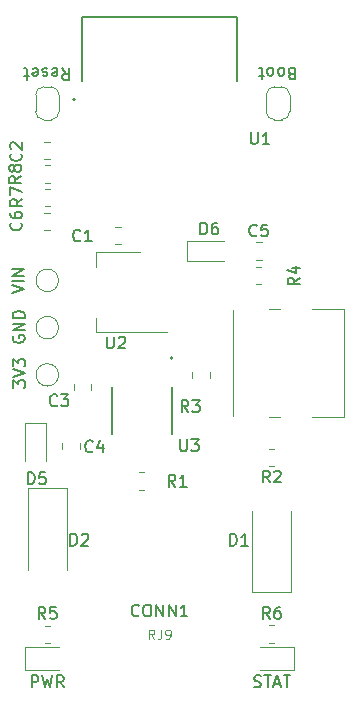
<source format=gbr>
%TF.GenerationSoftware,KiCad,Pcbnew,(6.0.8)*%
%TF.CreationDate,2022-10-28T22:44:31-04:00*%
%TF.ProjectId,Vex_Debug,5665785f-4465-4627-9567-2e6b69636164,rev?*%
%TF.SameCoordinates,Original*%
%TF.FileFunction,Legend,Top*%
%TF.FilePolarity,Positive*%
%FSLAX46Y46*%
G04 Gerber Fmt 4.6, Leading zero omitted, Abs format (unit mm)*
G04 Created by KiCad (PCBNEW (6.0.8)) date 2022-10-28 22:44:31*
%MOMM*%
%LPD*%
G01*
G04 APERTURE LIST*
%ADD10C,0.150000*%
%ADD11C,0.120000*%
%ADD12C,0.127000*%
%ADD13C,0.200000*%
G04 APERTURE END LIST*
D10*
%TO.C,C5*%
X139733333Y-75177142D02*
X139685714Y-75224761D01*
X139542857Y-75272380D01*
X139447619Y-75272380D01*
X139304761Y-75224761D01*
X139209523Y-75129523D01*
X139161904Y-75034285D01*
X139114285Y-74843809D01*
X139114285Y-74700952D01*
X139161904Y-74510476D01*
X139209523Y-74415238D01*
X139304761Y-74320000D01*
X139447619Y-74272380D01*
X139542857Y-74272380D01*
X139685714Y-74320000D01*
X139733333Y-74367619D01*
X140638095Y-74272380D02*
X140161904Y-74272380D01*
X140114285Y-74748571D01*
X140161904Y-74700952D01*
X140257142Y-74653333D01*
X140495238Y-74653333D01*
X140590476Y-74700952D01*
X140638095Y-74748571D01*
X140685714Y-74843809D01*
X140685714Y-75081904D01*
X140638095Y-75177142D01*
X140590476Y-75224761D01*
X140495238Y-75272380D01*
X140257142Y-75272380D01*
X140161904Y-75224761D01*
X140114285Y-75177142D01*
%TO.C,D6*%
X134961904Y-75102380D02*
X134961904Y-74102380D01*
X135200000Y-74102380D01*
X135342857Y-74150000D01*
X135438095Y-74245238D01*
X135485714Y-74340476D01*
X135533333Y-74530952D01*
X135533333Y-74673809D01*
X135485714Y-74864285D01*
X135438095Y-74959523D01*
X135342857Y-75054761D01*
X135200000Y-75102380D01*
X134961904Y-75102380D01*
X136390476Y-74102380D02*
X136200000Y-74102380D01*
X136104761Y-74150000D01*
X136057142Y-74197619D01*
X135961904Y-74340476D01*
X135914285Y-74530952D01*
X135914285Y-74911904D01*
X135961904Y-75007142D01*
X136009523Y-75054761D01*
X136104761Y-75102380D01*
X136295238Y-75102380D01*
X136390476Y-75054761D01*
X136438095Y-75007142D01*
X136485714Y-74911904D01*
X136485714Y-74673809D01*
X136438095Y-74578571D01*
X136390476Y-74530952D01*
X136295238Y-74483333D01*
X136104761Y-74483333D01*
X136009523Y-74530952D01*
X135961904Y-74578571D01*
X135914285Y-74673809D01*
%TO.C,R4*%
X143352380Y-78766666D02*
X142876190Y-79100000D01*
X143352380Y-79338095D02*
X142352380Y-79338095D01*
X142352380Y-78957142D01*
X142400000Y-78861904D01*
X142447619Y-78814285D01*
X142542857Y-78766666D01*
X142685714Y-78766666D01*
X142780952Y-78814285D01*
X142828571Y-78861904D01*
X142876190Y-78957142D01*
X142876190Y-79338095D01*
X142685714Y-77909523D02*
X143352380Y-77909523D01*
X142304761Y-78147619D02*
X143019047Y-78385714D01*
X143019047Y-77766666D01*
%TO.C,D5*%
X120361904Y-96252380D02*
X120361904Y-95252380D01*
X120600000Y-95252380D01*
X120742857Y-95300000D01*
X120838095Y-95395238D01*
X120885714Y-95490476D01*
X120933333Y-95680952D01*
X120933333Y-95823809D01*
X120885714Y-96014285D01*
X120838095Y-96109523D01*
X120742857Y-96204761D01*
X120600000Y-96252380D01*
X120361904Y-96252380D01*
X121838095Y-95252380D02*
X121361904Y-95252380D01*
X121314285Y-95728571D01*
X121361904Y-95680952D01*
X121457142Y-95633333D01*
X121695238Y-95633333D01*
X121790476Y-95680952D01*
X121838095Y-95728571D01*
X121885714Y-95823809D01*
X121885714Y-96061904D01*
X121838095Y-96157142D01*
X121790476Y-96204761D01*
X121695238Y-96252380D01*
X121457142Y-96252380D01*
X121361904Y-96204761D01*
X121314285Y-96157142D01*
%TO.C,C1*%
X124792037Y-75606086D02*
X124744418Y-75653705D01*
X124601561Y-75701324D01*
X124506323Y-75701324D01*
X124363465Y-75653705D01*
X124268227Y-75558467D01*
X124220608Y-75463229D01*
X124172989Y-75272753D01*
X124172989Y-75129896D01*
X124220608Y-74939420D01*
X124268227Y-74844182D01*
X124363465Y-74748944D01*
X124506323Y-74701324D01*
X124601561Y-74701324D01*
X124744418Y-74748944D01*
X124792037Y-74796563D01*
X125744418Y-75701324D02*
X125172989Y-75701324D01*
X125458704Y-75701324D02*
X125458704Y-74701324D01*
X125363465Y-74844182D01*
X125268227Y-74939420D01*
X125172989Y-74987039D01*
%TO.C,JP1*%
X123238095Y-61033246D02*
X123571428Y-61509436D01*
X123809523Y-61033246D02*
X123809523Y-62033246D01*
X123428571Y-62033246D01*
X123333333Y-61985627D01*
X123285714Y-61938007D01*
X123238095Y-61842769D01*
X123238095Y-61699912D01*
X123285714Y-61604674D01*
X123333333Y-61557055D01*
X123428571Y-61509436D01*
X123809523Y-61509436D01*
X122428571Y-61080865D02*
X122523809Y-61033246D01*
X122714285Y-61033246D01*
X122809523Y-61080865D01*
X122857142Y-61176103D01*
X122857142Y-61557055D01*
X122809523Y-61652293D01*
X122714285Y-61699912D01*
X122523809Y-61699912D01*
X122428571Y-61652293D01*
X122380952Y-61557055D01*
X122380952Y-61461817D01*
X122857142Y-61366579D01*
X122000000Y-61080865D02*
X121904761Y-61033246D01*
X121714285Y-61033246D01*
X121619047Y-61080865D01*
X121571428Y-61176103D01*
X121571428Y-61223722D01*
X121619047Y-61318960D01*
X121714285Y-61366579D01*
X121857142Y-61366579D01*
X121952380Y-61414198D01*
X122000000Y-61509436D01*
X122000000Y-61557055D01*
X121952380Y-61652293D01*
X121857142Y-61699912D01*
X121714285Y-61699912D01*
X121619047Y-61652293D01*
X120761904Y-61080865D02*
X120857142Y-61033246D01*
X121047619Y-61033246D01*
X121142857Y-61080865D01*
X121190476Y-61176103D01*
X121190476Y-61557055D01*
X121142857Y-61652293D01*
X121047619Y-61699912D01*
X120857142Y-61699912D01*
X120761904Y-61652293D01*
X120714285Y-61557055D01*
X120714285Y-61461817D01*
X121190476Y-61366579D01*
X120428571Y-61699912D02*
X120047619Y-61699912D01*
X120285714Y-62033246D02*
X120285714Y-61176103D01*
X120238095Y-61080865D01*
X120142857Y-61033246D01*
X120047619Y-61033246D01*
%TO.C,C2*%
X119743212Y-68264391D02*
X119790831Y-68312010D01*
X119838450Y-68454867D01*
X119838450Y-68550105D01*
X119790831Y-68692963D01*
X119695593Y-68788201D01*
X119600355Y-68835820D01*
X119409879Y-68883439D01*
X119267022Y-68883439D01*
X119076546Y-68835820D01*
X118981308Y-68788201D01*
X118886070Y-68692963D01*
X118838450Y-68550105D01*
X118838450Y-68454867D01*
X118886070Y-68312010D01*
X118933689Y-68264391D01*
X118933689Y-67883439D02*
X118886070Y-67835820D01*
X118838450Y-67740582D01*
X118838450Y-67502486D01*
X118886070Y-67407248D01*
X118933689Y-67359629D01*
X119028927Y-67312010D01*
X119124165Y-67312010D01*
X119267022Y-67359629D01*
X119838450Y-67931058D01*
X119838450Y-67312010D01*
%TO.C,U1*%
X139238095Y-66452380D02*
X139238095Y-67261904D01*
X139285714Y-67357142D01*
X139333333Y-67404761D01*
X139428571Y-67452380D01*
X139619047Y-67452380D01*
X139714285Y-67404761D01*
X139761904Y-67357142D01*
X139809523Y-67261904D01*
X139809523Y-66452380D01*
X140809523Y-67452380D02*
X140238095Y-67452380D01*
X140523809Y-67452380D02*
X140523809Y-66452380D01*
X140428571Y-66595238D01*
X140333333Y-66690476D01*
X140238095Y-66738095D01*
%TO.C,TP3*%
X119122420Y-88090965D02*
X119122420Y-87471917D01*
X119503373Y-87805250D01*
X119503373Y-87662393D01*
X119550992Y-87567155D01*
X119598611Y-87519536D01*
X119693849Y-87471917D01*
X119931944Y-87471917D01*
X120027182Y-87519536D01*
X120074801Y-87567155D01*
X120122420Y-87662393D01*
X120122420Y-87948108D01*
X120074801Y-88043346D01*
X120027182Y-88090965D01*
X119122420Y-87186203D02*
X120122420Y-86852870D01*
X119122420Y-86519536D01*
X119122420Y-86281441D02*
X119122420Y-85662393D01*
X119503373Y-85995727D01*
X119503373Y-85852870D01*
X119550992Y-85757631D01*
X119598611Y-85710012D01*
X119693849Y-85662393D01*
X119931944Y-85662393D01*
X120027182Y-85710012D01*
X120074801Y-85757631D01*
X120122420Y-85852870D01*
X120122420Y-86138584D01*
X120074801Y-86233822D01*
X120027182Y-86281441D01*
%TO.C,TP2*%
X119115419Y-83702757D02*
X119067799Y-83797995D01*
X119067799Y-83940853D01*
X119115419Y-84083710D01*
X119210657Y-84178948D01*
X119305895Y-84226567D01*
X119496371Y-84274186D01*
X119639228Y-84274186D01*
X119829704Y-84226567D01*
X119924942Y-84178948D01*
X120020180Y-84083710D01*
X120067799Y-83940853D01*
X120067799Y-83845614D01*
X120020180Y-83702757D01*
X119972561Y-83655138D01*
X119639228Y-83655138D01*
X119639228Y-83845614D01*
X120067799Y-83226567D02*
X119067799Y-83226567D01*
X120067799Y-82655138D01*
X119067799Y-82655138D01*
X120067799Y-82178948D02*
X119067799Y-82178948D01*
X119067799Y-81940853D01*
X119115419Y-81797995D01*
X119210657Y-81702757D01*
X119305895Y-81655138D01*
X119496371Y-81607519D01*
X119639228Y-81607519D01*
X119829704Y-81655138D01*
X119924942Y-81702757D01*
X120020180Y-81797995D01*
X120067799Y-81940853D01*
X120067799Y-82178948D01*
%TO.C,R1*%
X132833333Y-96452380D02*
X132500000Y-95976190D01*
X132261904Y-96452380D02*
X132261904Y-95452380D01*
X132642857Y-95452380D01*
X132738095Y-95500000D01*
X132785714Y-95547619D01*
X132833333Y-95642857D01*
X132833333Y-95785714D01*
X132785714Y-95880952D01*
X132738095Y-95928571D01*
X132642857Y-95976190D01*
X132261904Y-95976190D01*
X133785714Y-96452380D02*
X133214285Y-96452380D01*
X133500000Y-96452380D02*
X133500000Y-95452380D01*
X133404761Y-95595238D01*
X133309523Y-95690476D01*
X133214285Y-95738095D01*
%TO.C,JP2*%
X142671101Y-61510920D02*
X142528244Y-61463301D01*
X142480625Y-61415682D01*
X142433006Y-61320444D01*
X142433006Y-61177587D01*
X142480625Y-61082349D01*
X142528244Y-61034730D01*
X142623482Y-60987111D01*
X143004434Y-60987111D01*
X143004434Y-61987111D01*
X142671101Y-61987111D01*
X142575863Y-61939492D01*
X142528244Y-61891872D01*
X142480625Y-61796634D01*
X142480625Y-61701396D01*
X142528244Y-61606158D01*
X142575863Y-61558539D01*
X142671101Y-61510920D01*
X143004434Y-61510920D01*
X141861577Y-60987111D02*
X141956815Y-61034730D01*
X142004434Y-61082349D01*
X142052054Y-61177587D01*
X142052054Y-61463301D01*
X142004434Y-61558539D01*
X141956815Y-61606158D01*
X141861577Y-61653777D01*
X141718720Y-61653777D01*
X141623482Y-61606158D01*
X141575863Y-61558539D01*
X141528244Y-61463301D01*
X141528244Y-61177587D01*
X141575863Y-61082349D01*
X141623482Y-61034730D01*
X141718720Y-60987111D01*
X141861577Y-60987111D01*
X140956815Y-60987111D02*
X141052054Y-61034730D01*
X141099673Y-61082349D01*
X141147292Y-61177587D01*
X141147292Y-61463301D01*
X141099673Y-61558539D01*
X141052054Y-61606158D01*
X140956815Y-61653777D01*
X140813958Y-61653777D01*
X140718720Y-61606158D01*
X140671101Y-61558539D01*
X140623482Y-61463301D01*
X140623482Y-61177587D01*
X140671101Y-61082349D01*
X140718720Y-61034730D01*
X140813958Y-60987111D01*
X140956815Y-60987111D01*
X140337768Y-61653777D02*
X139956815Y-61653777D01*
X140194911Y-61987111D02*
X140194911Y-61129968D01*
X140147292Y-61034730D01*
X140052054Y-60987111D01*
X139956815Y-60987111D01*
%TO.C,R7*%
X119867109Y-72126072D02*
X119390919Y-72459406D01*
X119867109Y-72697501D02*
X118867109Y-72697501D01*
X118867109Y-72316548D01*
X118914729Y-72221310D01*
X118962348Y-72173691D01*
X119057586Y-72126072D01*
X119200443Y-72126072D01*
X119295681Y-72173691D01*
X119343300Y-72221310D01*
X119390919Y-72316548D01*
X119390919Y-72697501D01*
X118867109Y-71792739D02*
X118867109Y-71126072D01*
X119867109Y-71554644D01*
%TO.C,C6*%
X119762790Y-74129150D02*
X119810409Y-74176769D01*
X119858028Y-74319626D01*
X119858028Y-74414864D01*
X119810409Y-74557722D01*
X119715171Y-74652960D01*
X119619933Y-74700579D01*
X119429457Y-74748198D01*
X119286600Y-74748198D01*
X119096124Y-74700579D01*
X119000886Y-74652960D01*
X118905648Y-74557722D01*
X118858028Y-74414864D01*
X118858028Y-74319626D01*
X118905648Y-74176769D01*
X118953267Y-74129150D01*
X118858028Y-73272007D02*
X118858028Y-73462484D01*
X118905648Y-73557722D01*
X118953267Y-73605341D01*
X119096124Y-73700579D01*
X119286600Y-73748198D01*
X119667552Y-73748198D01*
X119762790Y-73700579D01*
X119810409Y-73652960D01*
X119858028Y-73557722D01*
X119858028Y-73367245D01*
X119810409Y-73272007D01*
X119762790Y-73224388D01*
X119667552Y-73176769D01*
X119429457Y-73176769D01*
X119334219Y-73224388D01*
X119286600Y-73272007D01*
X119238981Y-73367245D01*
X119238981Y-73557722D01*
X119286600Y-73652960D01*
X119334219Y-73700579D01*
X119429457Y-73748198D01*
%TO.C,C3*%
X122833333Y-89557142D02*
X122785714Y-89604761D01*
X122642857Y-89652380D01*
X122547619Y-89652380D01*
X122404761Y-89604761D01*
X122309523Y-89509523D01*
X122261904Y-89414285D01*
X122214285Y-89223809D01*
X122214285Y-89080952D01*
X122261904Y-88890476D01*
X122309523Y-88795238D01*
X122404761Y-88700000D01*
X122547619Y-88652380D01*
X122642857Y-88652380D01*
X122785714Y-88700000D01*
X122833333Y-88747619D01*
X123166666Y-88652380D02*
X123785714Y-88652380D01*
X123452380Y-89033333D01*
X123595238Y-89033333D01*
X123690476Y-89080952D01*
X123738095Y-89128571D01*
X123785714Y-89223809D01*
X123785714Y-89461904D01*
X123738095Y-89557142D01*
X123690476Y-89604761D01*
X123595238Y-89652380D01*
X123309523Y-89652380D01*
X123214285Y-89604761D01*
X123166666Y-89557142D01*
%TO.C,R2*%
X140833333Y-96102380D02*
X140500000Y-95626190D01*
X140261904Y-96102380D02*
X140261904Y-95102380D01*
X140642857Y-95102380D01*
X140738095Y-95150000D01*
X140785714Y-95197619D01*
X140833333Y-95292857D01*
X140833333Y-95435714D01*
X140785714Y-95530952D01*
X140738095Y-95578571D01*
X140642857Y-95626190D01*
X140261904Y-95626190D01*
X141214285Y-95197619D02*
X141261904Y-95150000D01*
X141357142Y-95102380D01*
X141595238Y-95102380D01*
X141690476Y-95150000D01*
X141738095Y-95197619D01*
X141785714Y-95292857D01*
X141785714Y-95388095D01*
X141738095Y-95530952D01*
X141166666Y-96102380D01*
X141785714Y-96102380D01*
%TO.C,R5*%
X121833333Y-107652380D02*
X121500000Y-107176190D01*
X121261904Y-107652380D02*
X121261904Y-106652380D01*
X121642857Y-106652380D01*
X121738095Y-106700000D01*
X121785714Y-106747619D01*
X121833333Y-106842857D01*
X121833333Y-106985714D01*
X121785714Y-107080952D01*
X121738095Y-107128571D01*
X121642857Y-107176190D01*
X121261904Y-107176190D01*
X122738095Y-106652380D02*
X122261904Y-106652380D01*
X122214285Y-107128571D01*
X122261904Y-107080952D01*
X122357142Y-107033333D01*
X122595238Y-107033333D01*
X122690476Y-107080952D01*
X122738095Y-107128571D01*
X122785714Y-107223809D01*
X122785714Y-107461904D01*
X122738095Y-107557142D01*
X122690476Y-107604761D01*
X122595238Y-107652380D01*
X122357142Y-107652380D01*
X122261904Y-107604761D01*
X122214285Y-107557142D01*
%TO.C,D1*%
X137461904Y-101452380D02*
X137461904Y-100452380D01*
X137700000Y-100452380D01*
X137842857Y-100500000D01*
X137938095Y-100595238D01*
X137985714Y-100690476D01*
X138033333Y-100880952D01*
X138033333Y-101023809D01*
X137985714Y-101214285D01*
X137938095Y-101309523D01*
X137842857Y-101404761D01*
X137700000Y-101452380D01*
X137461904Y-101452380D01*
X138985714Y-101452380D02*
X138414285Y-101452380D01*
X138700000Y-101452380D02*
X138700000Y-100452380D01*
X138604761Y-100595238D01*
X138509523Y-100690476D01*
X138414285Y-100738095D01*
%TO.C,U2*%
X127038095Y-83752380D02*
X127038095Y-84561904D01*
X127085714Y-84657142D01*
X127133333Y-84704761D01*
X127228571Y-84752380D01*
X127419047Y-84752380D01*
X127514285Y-84704761D01*
X127561904Y-84657142D01*
X127609523Y-84561904D01*
X127609523Y-83752380D01*
X128038095Y-83847619D02*
X128085714Y-83800000D01*
X128180952Y-83752380D01*
X128419047Y-83752380D01*
X128514285Y-83800000D01*
X128561904Y-83847619D01*
X128609523Y-83942857D01*
X128609523Y-84038095D01*
X128561904Y-84180952D01*
X127990476Y-84752380D01*
X128609523Y-84752380D01*
%TO.C,TP1*%
X119041557Y-80070724D02*
X120041557Y-79737390D01*
X119041557Y-79404057D01*
X120041557Y-79070724D02*
X119041557Y-79070724D01*
X120041557Y-78594533D02*
X119041557Y-78594533D01*
X120041557Y-78023105D01*
X119041557Y-78023105D01*
%TO.C,CONN1*%
X129761904Y-107357142D02*
X129714285Y-107404761D01*
X129571428Y-107452380D01*
X129476190Y-107452380D01*
X129333333Y-107404761D01*
X129238095Y-107309523D01*
X129190476Y-107214285D01*
X129142857Y-107023809D01*
X129142857Y-106880952D01*
X129190476Y-106690476D01*
X129238095Y-106595238D01*
X129333333Y-106500000D01*
X129476190Y-106452380D01*
X129571428Y-106452380D01*
X129714285Y-106500000D01*
X129761904Y-106547619D01*
X130380952Y-106452380D02*
X130571428Y-106452380D01*
X130666666Y-106500000D01*
X130761904Y-106595238D01*
X130809523Y-106785714D01*
X130809523Y-107119047D01*
X130761904Y-107309523D01*
X130666666Y-107404761D01*
X130571428Y-107452380D01*
X130380952Y-107452380D01*
X130285714Y-107404761D01*
X130190476Y-107309523D01*
X130142857Y-107119047D01*
X130142857Y-106785714D01*
X130190476Y-106595238D01*
X130285714Y-106500000D01*
X130380952Y-106452380D01*
X131238095Y-107452380D02*
X131238095Y-106452380D01*
X131809523Y-107452380D01*
X131809523Y-106452380D01*
X132285714Y-107452380D02*
X132285714Y-106452380D01*
X132857142Y-107452380D01*
X132857142Y-106452380D01*
X133857142Y-107452380D02*
X133285714Y-107452380D01*
X133571428Y-107452380D02*
X133571428Y-106452380D01*
X133476190Y-106595238D01*
X133380952Y-106690476D01*
X133285714Y-106738095D01*
D11*
X131061904Y-109361904D02*
X130795238Y-108980952D01*
X130604761Y-109361904D02*
X130604761Y-108561904D01*
X130909523Y-108561904D01*
X130985714Y-108600000D01*
X131023809Y-108638095D01*
X131061904Y-108714285D01*
X131061904Y-108828571D01*
X131023809Y-108904761D01*
X130985714Y-108942857D01*
X130909523Y-108980952D01*
X130604761Y-108980952D01*
X131633333Y-108561904D02*
X131633333Y-109133333D01*
X131595238Y-109247619D01*
X131519047Y-109323809D01*
X131404761Y-109361904D01*
X131328571Y-109361904D01*
X132052380Y-109361904D02*
X132204761Y-109361904D01*
X132280952Y-109323809D01*
X132319047Y-109285714D01*
X132395238Y-109171428D01*
X132433333Y-109019047D01*
X132433333Y-108714285D01*
X132395238Y-108638095D01*
X132357142Y-108600000D01*
X132280952Y-108561904D01*
X132128571Y-108561904D01*
X132052380Y-108600000D01*
X132014285Y-108638095D01*
X131976190Y-108714285D01*
X131976190Y-108904761D01*
X132014285Y-108980952D01*
X132052380Y-109019047D01*
X132128571Y-109057142D01*
X132280952Y-109057142D01*
X132357142Y-109019047D01*
X132395238Y-108980952D01*
X132433333Y-108904761D01*
D10*
%TO.C,R6*%
X140833333Y-107652380D02*
X140500000Y-107176190D01*
X140261904Y-107652380D02*
X140261904Y-106652380D01*
X140642857Y-106652380D01*
X140738095Y-106700000D01*
X140785714Y-106747619D01*
X140833333Y-106842857D01*
X140833333Y-106985714D01*
X140785714Y-107080952D01*
X140738095Y-107128571D01*
X140642857Y-107176190D01*
X140261904Y-107176190D01*
X141690476Y-106652380D02*
X141500000Y-106652380D01*
X141404761Y-106700000D01*
X141357142Y-106747619D01*
X141261904Y-106890476D01*
X141214285Y-107080952D01*
X141214285Y-107461904D01*
X141261904Y-107557142D01*
X141309523Y-107604761D01*
X141404761Y-107652380D01*
X141595238Y-107652380D01*
X141690476Y-107604761D01*
X141738095Y-107557142D01*
X141785714Y-107461904D01*
X141785714Y-107223809D01*
X141738095Y-107128571D01*
X141690476Y-107080952D01*
X141595238Y-107033333D01*
X141404761Y-107033333D01*
X141309523Y-107080952D01*
X141261904Y-107128571D01*
X141214285Y-107223809D01*
%TO.C,D3*%
X120666666Y-113452380D02*
X120666666Y-112452380D01*
X121047619Y-112452380D01*
X121142857Y-112500000D01*
X121190476Y-112547619D01*
X121238095Y-112642857D01*
X121238095Y-112785714D01*
X121190476Y-112880952D01*
X121142857Y-112928571D01*
X121047619Y-112976190D01*
X120666666Y-112976190D01*
X121571428Y-112452380D02*
X121809523Y-113452380D01*
X122000000Y-112738095D01*
X122190476Y-113452380D01*
X122428571Y-112452380D01*
X123380952Y-113452380D02*
X123047619Y-112976190D01*
X122809523Y-113452380D02*
X122809523Y-112452380D01*
X123190476Y-112452380D01*
X123285714Y-112500000D01*
X123333333Y-112547619D01*
X123380952Y-112642857D01*
X123380952Y-112785714D01*
X123333333Y-112880952D01*
X123285714Y-112928571D01*
X123190476Y-112976190D01*
X122809523Y-112976190D01*
%TO.C,D2*%
X123961904Y-101452380D02*
X123961904Y-100452380D01*
X124200000Y-100452380D01*
X124342857Y-100500000D01*
X124438095Y-100595238D01*
X124485714Y-100690476D01*
X124533333Y-100880952D01*
X124533333Y-101023809D01*
X124485714Y-101214285D01*
X124438095Y-101309523D01*
X124342857Y-101404761D01*
X124200000Y-101452380D01*
X123961904Y-101452380D01*
X124914285Y-100547619D02*
X124961904Y-100500000D01*
X125057142Y-100452380D01*
X125295238Y-100452380D01*
X125390476Y-100500000D01*
X125438095Y-100547619D01*
X125485714Y-100642857D01*
X125485714Y-100738095D01*
X125438095Y-100880952D01*
X124866666Y-101452380D01*
X125485714Y-101452380D01*
%TO.C,D4*%
X139523809Y-113404761D02*
X139666666Y-113452380D01*
X139904761Y-113452380D01*
X140000000Y-113404761D01*
X140047619Y-113357142D01*
X140095238Y-113261904D01*
X140095238Y-113166666D01*
X140047619Y-113071428D01*
X140000000Y-113023809D01*
X139904761Y-112976190D01*
X139714285Y-112928571D01*
X139619047Y-112880952D01*
X139571428Y-112833333D01*
X139523809Y-112738095D01*
X139523809Y-112642857D01*
X139571428Y-112547619D01*
X139619047Y-112500000D01*
X139714285Y-112452380D01*
X139952380Y-112452380D01*
X140095238Y-112500000D01*
X140380952Y-112452380D02*
X140952380Y-112452380D01*
X140666666Y-113452380D02*
X140666666Y-112452380D01*
X141238095Y-113166666D02*
X141714285Y-113166666D01*
X141142857Y-113452380D02*
X141476190Y-112452380D01*
X141809523Y-113452380D01*
X142000000Y-112452380D02*
X142571428Y-112452380D01*
X142285714Y-113452380D02*
X142285714Y-112452380D01*
%TO.C,C4*%
X125833333Y-93457142D02*
X125785714Y-93504761D01*
X125642857Y-93552380D01*
X125547619Y-93552380D01*
X125404761Y-93504761D01*
X125309523Y-93409523D01*
X125261904Y-93314285D01*
X125214285Y-93123809D01*
X125214285Y-92980952D01*
X125261904Y-92790476D01*
X125309523Y-92695238D01*
X125404761Y-92600000D01*
X125547619Y-92552380D01*
X125642857Y-92552380D01*
X125785714Y-92600000D01*
X125833333Y-92647619D01*
X126690476Y-92885714D02*
X126690476Y-93552380D01*
X126452380Y-92504761D02*
X126214285Y-93219047D01*
X126833333Y-93219047D01*
%TO.C,U3*%
X133238095Y-92452380D02*
X133238095Y-93261904D01*
X133285714Y-93357142D01*
X133333333Y-93404761D01*
X133428571Y-93452380D01*
X133619047Y-93452380D01*
X133714285Y-93404761D01*
X133761904Y-93357142D01*
X133809523Y-93261904D01*
X133809523Y-92452380D01*
X134190476Y-92452380D02*
X134809523Y-92452380D01*
X134476190Y-92833333D01*
X134619047Y-92833333D01*
X134714285Y-92880952D01*
X134761904Y-92928571D01*
X134809523Y-93023809D01*
X134809523Y-93261904D01*
X134761904Y-93357142D01*
X134714285Y-93404761D01*
X134619047Y-93452380D01*
X134333333Y-93452380D01*
X134238095Y-93404761D01*
X134190476Y-93357142D01*
%TO.C,R8*%
X119780781Y-70167471D02*
X119304591Y-70500805D01*
X119780781Y-70738900D02*
X118780781Y-70738900D01*
X118780781Y-70357947D01*
X118828401Y-70262709D01*
X118876020Y-70215090D01*
X118971258Y-70167471D01*
X119114115Y-70167471D01*
X119209353Y-70215090D01*
X119256972Y-70262709D01*
X119304591Y-70357947D01*
X119304591Y-70738900D01*
X119209353Y-69596043D02*
X119161734Y-69691281D01*
X119114115Y-69738900D01*
X119018877Y-69786519D01*
X118971258Y-69786519D01*
X118876020Y-69738900D01*
X118828401Y-69691281D01*
X118780781Y-69596043D01*
X118780781Y-69405566D01*
X118828401Y-69310328D01*
X118876020Y-69262709D01*
X118971258Y-69215090D01*
X119018877Y-69215090D01*
X119114115Y-69262709D01*
X119161734Y-69310328D01*
X119209353Y-69405566D01*
X119209353Y-69596043D01*
X119256972Y-69691281D01*
X119304591Y-69738900D01*
X119399829Y-69786519D01*
X119590305Y-69786519D01*
X119685543Y-69738900D01*
X119733162Y-69691281D01*
X119780781Y-69596043D01*
X119780781Y-69405566D01*
X119733162Y-69310328D01*
X119685543Y-69262709D01*
X119590305Y-69215090D01*
X119399829Y-69215090D01*
X119304591Y-69262709D01*
X119256972Y-69310328D01*
X119209353Y-69405566D01*
%TO.C,R3*%
X133933333Y-90152380D02*
X133600000Y-89676190D01*
X133361904Y-90152380D02*
X133361904Y-89152380D01*
X133742857Y-89152380D01*
X133838095Y-89200000D01*
X133885714Y-89247619D01*
X133933333Y-89342857D01*
X133933333Y-89485714D01*
X133885714Y-89580952D01*
X133838095Y-89628571D01*
X133742857Y-89676190D01*
X133361904Y-89676190D01*
X134266666Y-89152380D02*
X134885714Y-89152380D01*
X134552380Y-89533333D01*
X134695238Y-89533333D01*
X134790476Y-89580952D01*
X134838095Y-89628571D01*
X134885714Y-89723809D01*
X134885714Y-89961904D01*
X134838095Y-90057142D01*
X134790476Y-90104761D01*
X134695238Y-90152380D01*
X134409523Y-90152380D01*
X134314285Y-90104761D01*
X134266666Y-90057142D01*
D11*
%TO.C,C5*%
X139638748Y-77235000D02*
X140161252Y-77235000D01*
X139638748Y-75765000D02*
X140161252Y-75765000D01*
%TO.C,D6*%
X133800000Y-75650000D02*
X133800000Y-77350000D01*
X133800000Y-75650000D02*
X136950000Y-75650000D01*
X133800000Y-77350000D02*
X136950000Y-77350000D01*
%TO.C,R4*%
X139672936Y-79335000D02*
X140127064Y-79335000D01*
X139672936Y-77865000D02*
X140127064Y-77865000D01*
%TO.C,D5*%
X120150000Y-91100000D02*
X120150000Y-94250000D01*
X121850000Y-91100000D02*
X120150000Y-91100000D01*
X121850000Y-91100000D02*
X121850000Y-94250000D01*
%TO.C,C1*%
X127738748Y-74465000D02*
X128261252Y-74465000D01*
X127738748Y-75935000D02*
X128261252Y-75935000D01*
%TO.C,JP1*%
X122300000Y-65400000D02*
X121700000Y-65400000D01*
X123000000Y-63300000D02*
X123000000Y-64700000D01*
X121700000Y-62600000D02*
X122300000Y-62600000D01*
X121000000Y-64700000D02*
X121000000Y-63300000D01*
X121000000Y-64700000D02*
G75*
G03*
X121700000Y-65400000I700000J0D01*
G01*
X122300000Y-65400000D02*
G75*
G03*
X123000000Y-64700000I0J700000D01*
G01*
X121700000Y-62600000D02*
G75*
G03*
X121000000Y-63300000I-1J-699999D01*
G01*
X123000000Y-63300000D02*
G75*
G03*
X122300000Y-62600000I-699999J1D01*
G01*
%TO.C,C2*%
X122261252Y-68735000D02*
X121738748Y-68735000D01*
X122261252Y-67265000D02*
X121738748Y-67265000D01*
D12*
%TO.C,U1*%
X124898915Y-62080000D02*
X124898915Y-56700000D01*
X138098915Y-56700000D02*
X138098915Y-62080000D01*
X124898915Y-56700000D02*
X138098915Y-56700000D01*
D13*
X124348915Y-63700000D02*
G75*
G03*
X124348915Y-63700000I-100000J0D01*
G01*
D11*
%TO.C,TP3*%
X122950000Y-87000000D02*
G75*
G03*
X122950000Y-87000000I-950000J0D01*
G01*
%TO.C,TP2*%
X122950000Y-83000000D02*
G75*
G03*
X122950000Y-83000000I-950000J0D01*
G01*
%TO.C,R1*%
X130227064Y-96735000D02*
X129772936Y-96735000D01*
X130227064Y-95265000D02*
X129772936Y-95265000D01*
%TO.C,JP2*%
X141828986Y-65400000D02*
X141228986Y-65400000D01*
X140528986Y-64700000D02*
X140528986Y-63300000D01*
X142528986Y-63300000D02*
X142528986Y-64700000D01*
X141228986Y-62600000D02*
X141828986Y-62600000D01*
X142528986Y-63300000D02*
G75*
G03*
X141828986Y-62600000I-700000J0D01*
G01*
X141828986Y-65400000D02*
G75*
G03*
X142528986Y-64700000I1J699999D01*
G01*
X140528986Y-64700000D02*
G75*
G03*
X141228986Y-65400000I699999J-1D01*
G01*
X141228986Y-62600000D02*
G75*
G03*
X140528986Y-63300000I0J-700000D01*
G01*
%TO.C,R7*%
X121772936Y-72735000D02*
X122227064Y-72735000D01*
X121772936Y-71265000D02*
X122227064Y-71265000D01*
%TO.C,C6*%
X122261252Y-74735000D02*
X121738748Y-74735000D01*
X122261252Y-73265000D02*
X121738748Y-73265000D01*
%TO.C,C3*%
X125735000Y-88261252D02*
X125735000Y-87738748D01*
X124265000Y-88261252D02*
X124265000Y-87738748D01*
%TO.C,R2*%
X141227064Y-93265000D02*
X140772936Y-93265000D01*
X141227064Y-94735000D02*
X140772936Y-94735000D01*
%TO.C,R5*%
X121772936Y-108223108D02*
X122227064Y-108223108D01*
X121772936Y-109693108D02*
X122227064Y-109693108D01*
%TO.C,D1*%
X142650000Y-105400000D02*
X142650000Y-98500000D01*
X139350000Y-105400000D02*
X139350000Y-98500000D01*
X139350000Y-105400000D02*
X142650000Y-105400000D01*
%TO.C,U2*%
X132100000Y-83410000D02*
X126090000Y-83410000D01*
X129850000Y-76590000D02*
X126090000Y-76590000D01*
X126090000Y-76590000D02*
X126090000Y-77850000D01*
X126090000Y-83410000D02*
X126090000Y-82150000D01*
%TO.C,TP1*%
X122950000Y-79000000D02*
G75*
G03*
X122950000Y-79000000I-950000J0D01*
G01*
%TO.C,R6*%
X141230191Y-109681353D02*
X140776063Y-109681353D01*
X141230191Y-108211353D02*
X140776063Y-108211353D01*
%TO.C,D3*%
X120140000Y-110040000D02*
X120140000Y-111960000D01*
X120140000Y-111960000D02*
X123000000Y-111960000D01*
X123000000Y-110040000D02*
X120140000Y-110040000D01*
%TO.C,D2*%
X123650000Y-96600000D02*
X120350000Y-96600000D01*
X123650000Y-96600000D02*
X123650000Y-103500000D01*
X120350000Y-96600000D02*
X120350000Y-103500000D01*
%TO.C,D4*%
X142860000Y-110040000D02*
X140000000Y-110040000D01*
X140000000Y-111960000D02*
X142860000Y-111960000D01*
X142860000Y-111960000D02*
X142860000Y-110040000D01*
%TO.C,J1*%
X147117870Y-90595000D02*
X147117870Y-81405000D01*
X137707870Y-90475000D02*
X137707870Y-81525000D01*
X140787870Y-90595000D02*
X141687870Y-90595000D01*
X144387870Y-81405000D02*
X147117870Y-81405000D01*
X140787870Y-81405000D02*
X141687870Y-81405000D01*
X144387870Y-90595000D02*
X147117870Y-90595000D01*
%TO.C,C4*%
X123265000Y-93261252D02*
X123265000Y-92738748D01*
X124735000Y-93261252D02*
X124735000Y-92738748D01*
D12*
%TO.C,U3*%
X127475000Y-88000000D02*
X127475000Y-92000000D01*
X132525000Y-88000000D02*
X132525000Y-92000000D01*
D13*
X132605000Y-85555000D02*
G75*
G03*
X132605000Y-85555000I-100000J0D01*
G01*
D11*
%TO.C,R8*%
X121772936Y-70735000D02*
X122227064Y-70735000D01*
X121772936Y-69265000D02*
X122227064Y-69265000D01*
%TO.C,R3*%
X134265000Y-87227064D02*
X134265000Y-86772936D01*
X135735000Y-87227064D02*
X135735000Y-86772936D01*
%TD*%
M02*

</source>
